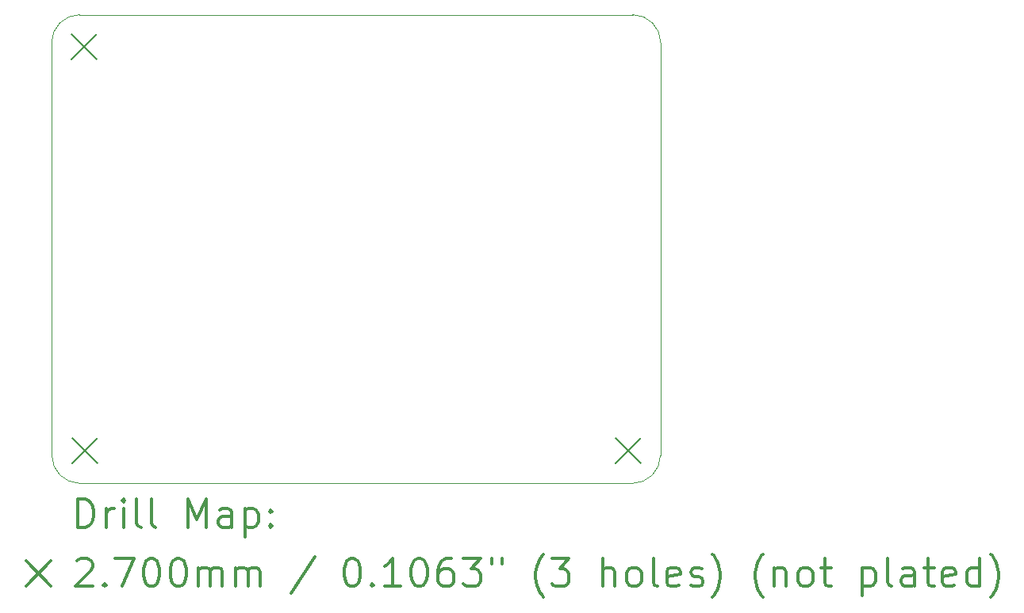
<source format=gbr>
%FSLAX45Y45*%
G04 Gerber Fmt 4.5, Leading zero omitted, Abs format (unit mm)*
G04 Created by KiCad (PCBNEW (5.1.10-1-10_14)) date 2021-07-05 16:27:49*
%MOMM*%
%LPD*%
G01*
G04 APERTURE LIST*
%TA.AperFunction,Profile*%
%ADD10C,0.101600*%
%TD*%
%ADD11C,0.200000*%
%ADD12C,0.300000*%
G04 APERTURE END LIST*
D10*
X12053200Y-12104300D02*
X17950700Y-12104300D01*
X18250700Y-11804300D02*
G75*
G02*
X17950700Y-12104300I-300000J0D01*
G01*
X12053200Y-12104300D02*
G75*
G02*
X11753200Y-11804300I0J300000D01*
G01*
X11753200Y-11804300D02*
X11750700Y-7394300D01*
X18253200Y-7394300D02*
X18250700Y-11804300D01*
X17953200Y-7094300D02*
G75*
G02*
X18253200Y-7394300I0J-300000D01*
G01*
X11750700Y-7394300D02*
G75*
G02*
X12050700Y-7094300I300000J0D01*
G01*
X17953200Y-7094300D02*
X12050700Y-7094300D01*
D11*
X11965700Y-7299300D02*
X12235700Y-7569300D01*
X12235700Y-7299300D02*
X11965700Y-7569300D01*
X11968200Y-11621800D02*
X12238200Y-11891800D01*
X12238200Y-11621800D02*
X11968200Y-11891800D01*
X17768200Y-11621800D02*
X18038200Y-11891800D01*
X18038200Y-11621800D02*
X17768200Y-11891800D01*
D12*
X12032048Y-12575094D02*
X12032048Y-12275094D01*
X12103477Y-12275094D01*
X12146334Y-12289380D01*
X12174906Y-12317951D01*
X12189191Y-12346523D01*
X12203477Y-12403666D01*
X12203477Y-12446523D01*
X12189191Y-12503666D01*
X12174906Y-12532237D01*
X12146334Y-12560809D01*
X12103477Y-12575094D01*
X12032048Y-12575094D01*
X12332048Y-12575094D02*
X12332048Y-12375094D01*
X12332048Y-12432237D02*
X12346334Y-12403666D01*
X12360620Y-12389380D01*
X12389191Y-12375094D01*
X12417763Y-12375094D01*
X12517763Y-12575094D02*
X12517763Y-12375094D01*
X12517763Y-12275094D02*
X12503477Y-12289380D01*
X12517763Y-12303666D01*
X12532048Y-12289380D01*
X12517763Y-12275094D01*
X12517763Y-12303666D01*
X12703477Y-12575094D02*
X12674906Y-12560809D01*
X12660620Y-12532237D01*
X12660620Y-12275094D01*
X12860620Y-12575094D02*
X12832048Y-12560809D01*
X12817763Y-12532237D01*
X12817763Y-12275094D01*
X13203477Y-12575094D02*
X13203477Y-12275094D01*
X13303477Y-12489380D01*
X13403477Y-12275094D01*
X13403477Y-12575094D01*
X13674906Y-12575094D02*
X13674906Y-12417951D01*
X13660620Y-12389380D01*
X13632048Y-12375094D01*
X13574906Y-12375094D01*
X13546334Y-12389380D01*
X13674906Y-12560809D02*
X13646334Y-12575094D01*
X13574906Y-12575094D01*
X13546334Y-12560809D01*
X13532048Y-12532237D01*
X13532048Y-12503666D01*
X13546334Y-12475094D01*
X13574906Y-12460809D01*
X13646334Y-12460809D01*
X13674906Y-12446523D01*
X13817763Y-12375094D02*
X13817763Y-12675094D01*
X13817763Y-12389380D02*
X13846334Y-12375094D01*
X13903477Y-12375094D01*
X13932048Y-12389380D01*
X13946334Y-12403666D01*
X13960620Y-12432237D01*
X13960620Y-12517951D01*
X13946334Y-12546523D01*
X13932048Y-12560809D01*
X13903477Y-12575094D01*
X13846334Y-12575094D01*
X13817763Y-12560809D01*
X14089191Y-12546523D02*
X14103477Y-12560809D01*
X14089191Y-12575094D01*
X14074906Y-12560809D01*
X14089191Y-12546523D01*
X14089191Y-12575094D01*
X14089191Y-12389380D02*
X14103477Y-12403666D01*
X14089191Y-12417951D01*
X14074906Y-12403666D01*
X14089191Y-12389380D01*
X14089191Y-12417951D01*
X11475620Y-12934380D02*
X11745620Y-13204380D01*
X11745620Y-12934380D02*
X11475620Y-13204380D01*
X12017763Y-12933666D02*
X12032048Y-12919380D01*
X12060620Y-12905094D01*
X12132048Y-12905094D01*
X12160620Y-12919380D01*
X12174906Y-12933666D01*
X12189191Y-12962237D01*
X12189191Y-12990809D01*
X12174906Y-13033666D01*
X12003477Y-13205094D01*
X12189191Y-13205094D01*
X12317763Y-13176523D02*
X12332048Y-13190809D01*
X12317763Y-13205094D01*
X12303477Y-13190809D01*
X12317763Y-13176523D01*
X12317763Y-13205094D01*
X12432048Y-12905094D02*
X12632048Y-12905094D01*
X12503477Y-13205094D01*
X12803477Y-12905094D02*
X12832048Y-12905094D01*
X12860620Y-12919380D01*
X12874906Y-12933666D01*
X12889191Y-12962237D01*
X12903477Y-13019380D01*
X12903477Y-13090809D01*
X12889191Y-13147951D01*
X12874906Y-13176523D01*
X12860620Y-13190809D01*
X12832048Y-13205094D01*
X12803477Y-13205094D01*
X12774906Y-13190809D01*
X12760620Y-13176523D01*
X12746334Y-13147951D01*
X12732048Y-13090809D01*
X12732048Y-13019380D01*
X12746334Y-12962237D01*
X12760620Y-12933666D01*
X12774906Y-12919380D01*
X12803477Y-12905094D01*
X13089191Y-12905094D02*
X13117763Y-12905094D01*
X13146334Y-12919380D01*
X13160620Y-12933666D01*
X13174906Y-12962237D01*
X13189191Y-13019380D01*
X13189191Y-13090809D01*
X13174906Y-13147951D01*
X13160620Y-13176523D01*
X13146334Y-13190809D01*
X13117763Y-13205094D01*
X13089191Y-13205094D01*
X13060620Y-13190809D01*
X13046334Y-13176523D01*
X13032048Y-13147951D01*
X13017763Y-13090809D01*
X13017763Y-13019380D01*
X13032048Y-12962237D01*
X13046334Y-12933666D01*
X13060620Y-12919380D01*
X13089191Y-12905094D01*
X13317763Y-13205094D02*
X13317763Y-13005094D01*
X13317763Y-13033666D02*
X13332048Y-13019380D01*
X13360620Y-13005094D01*
X13403477Y-13005094D01*
X13432048Y-13019380D01*
X13446334Y-13047951D01*
X13446334Y-13205094D01*
X13446334Y-13047951D02*
X13460620Y-13019380D01*
X13489191Y-13005094D01*
X13532048Y-13005094D01*
X13560620Y-13019380D01*
X13574906Y-13047951D01*
X13574906Y-13205094D01*
X13717763Y-13205094D02*
X13717763Y-13005094D01*
X13717763Y-13033666D02*
X13732048Y-13019380D01*
X13760620Y-13005094D01*
X13803477Y-13005094D01*
X13832048Y-13019380D01*
X13846334Y-13047951D01*
X13846334Y-13205094D01*
X13846334Y-13047951D02*
X13860620Y-13019380D01*
X13889191Y-13005094D01*
X13932048Y-13005094D01*
X13960620Y-13019380D01*
X13974906Y-13047951D01*
X13974906Y-13205094D01*
X14560620Y-12890809D02*
X14303477Y-13276523D01*
X14946334Y-12905094D02*
X14974906Y-12905094D01*
X15003477Y-12919380D01*
X15017763Y-12933666D01*
X15032048Y-12962237D01*
X15046334Y-13019380D01*
X15046334Y-13090809D01*
X15032048Y-13147951D01*
X15017763Y-13176523D01*
X15003477Y-13190809D01*
X14974906Y-13205094D01*
X14946334Y-13205094D01*
X14917763Y-13190809D01*
X14903477Y-13176523D01*
X14889191Y-13147951D01*
X14874906Y-13090809D01*
X14874906Y-13019380D01*
X14889191Y-12962237D01*
X14903477Y-12933666D01*
X14917763Y-12919380D01*
X14946334Y-12905094D01*
X15174906Y-13176523D02*
X15189191Y-13190809D01*
X15174906Y-13205094D01*
X15160620Y-13190809D01*
X15174906Y-13176523D01*
X15174906Y-13205094D01*
X15474906Y-13205094D02*
X15303477Y-13205094D01*
X15389191Y-13205094D02*
X15389191Y-12905094D01*
X15360620Y-12947951D01*
X15332048Y-12976523D01*
X15303477Y-12990809D01*
X15660620Y-12905094D02*
X15689191Y-12905094D01*
X15717763Y-12919380D01*
X15732048Y-12933666D01*
X15746334Y-12962237D01*
X15760620Y-13019380D01*
X15760620Y-13090809D01*
X15746334Y-13147951D01*
X15732048Y-13176523D01*
X15717763Y-13190809D01*
X15689191Y-13205094D01*
X15660620Y-13205094D01*
X15632048Y-13190809D01*
X15617763Y-13176523D01*
X15603477Y-13147951D01*
X15589191Y-13090809D01*
X15589191Y-13019380D01*
X15603477Y-12962237D01*
X15617763Y-12933666D01*
X15632048Y-12919380D01*
X15660620Y-12905094D01*
X16017763Y-12905094D02*
X15960620Y-12905094D01*
X15932048Y-12919380D01*
X15917763Y-12933666D01*
X15889191Y-12976523D01*
X15874906Y-13033666D01*
X15874906Y-13147951D01*
X15889191Y-13176523D01*
X15903477Y-13190809D01*
X15932048Y-13205094D01*
X15989191Y-13205094D01*
X16017763Y-13190809D01*
X16032048Y-13176523D01*
X16046334Y-13147951D01*
X16046334Y-13076523D01*
X16032048Y-13047951D01*
X16017763Y-13033666D01*
X15989191Y-13019380D01*
X15932048Y-13019380D01*
X15903477Y-13033666D01*
X15889191Y-13047951D01*
X15874906Y-13076523D01*
X16146334Y-12905094D02*
X16332048Y-12905094D01*
X16232048Y-13019380D01*
X16274906Y-13019380D01*
X16303477Y-13033666D01*
X16317763Y-13047951D01*
X16332048Y-13076523D01*
X16332048Y-13147951D01*
X16317763Y-13176523D01*
X16303477Y-13190809D01*
X16274906Y-13205094D01*
X16189191Y-13205094D01*
X16160620Y-13190809D01*
X16146334Y-13176523D01*
X16446334Y-12905094D02*
X16446334Y-12962237D01*
X16560620Y-12905094D02*
X16560620Y-12962237D01*
X17003477Y-13319380D02*
X16989191Y-13305094D01*
X16960620Y-13262237D01*
X16946334Y-13233666D01*
X16932048Y-13190809D01*
X16917763Y-13119380D01*
X16917763Y-13062237D01*
X16932048Y-12990809D01*
X16946334Y-12947951D01*
X16960620Y-12919380D01*
X16989191Y-12876523D01*
X17003477Y-12862237D01*
X17089191Y-12905094D02*
X17274906Y-12905094D01*
X17174906Y-13019380D01*
X17217763Y-13019380D01*
X17246334Y-13033666D01*
X17260620Y-13047951D01*
X17274906Y-13076523D01*
X17274906Y-13147951D01*
X17260620Y-13176523D01*
X17246334Y-13190809D01*
X17217763Y-13205094D01*
X17132048Y-13205094D01*
X17103477Y-13190809D01*
X17089191Y-13176523D01*
X17632048Y-13205094D02*
X17632048Y-12905094D01*
X17760620Y-13205094D02*
X17760620Y-13047951D01*
X17746334Y-13019380D01*
X17717763Y-13005094D01*
X17674906Y-13005094D01*
X17646334Y-13019380D01*
X17632048Y-13033666D01*
X17946334Y-13205094D02*
X17917763Y-13190809D01*
X17903477Y-13176523D01*
X17889191Y-13147951D01*
X17889191Y-13062237D01*
X17903477Y-13033666D01*
X17917763Y-13019380D01*
X17946334Y-13005094D01*
X17989191Y-13005094D01*
X18017763Y-13019380D01*
X18032048Y-13033666D01*
X18046334Y-13062237D01*
X18046334Y-13147951D01*
X18032048Y-13176523D01*
X18017763Y-13190809D01*
X17989191Y-13205094D01*
X17946334Y-13205094D01*
X18217763Y-13205094D02*
X18189191Y-13190809D01*
X18174906Y-13162237D01*
X18174906Y-12905094D01*
X18446334Y-13190809D02*
X18417763Y-13205094D01*
X18360620Y-13205094D01*
X18332048Y-13190809D01*
X18317763Y-13162237D01*
X18317763Y-13047951D01*
X18332048Y-13019380D01*
X18360620Y-13005094D01*
X18417763Y-13005094D01*
X18446334Y-13019380D01*
X18460620Y-13047951D01*
X18460620Y-13076523D01*
X18317763Y-13105094D01*
X18574906Y-13190809D02*
X18603477Y-13205094D01*
X18660620Y-13205094D01*
X18689191Y-13190809D01*
X18703477Y-13162237D01*
X18703477Y-13147951D01*
X18689191Y-13119380D01*
X18660620Y-13105094D01*
X18617763Y-13105094D01*
X18589191Y-13090809D01*
X18574906Y-13062237D01*
X18574906Y-13047951D01*
X18589191Y-13019380D01*
X18617763Y-13005094D01*
X18660620Y-13005094D01*
X18689191Y-13019380D01*
X18803477Y-13319380D02*
X18817763Y-13305094D01*
X18846334Y-13262237D01*
X18860620Y-13233666D01*
X18874906Y-13190809D01*
X18889191Y-13119380D01*
X18889191Y-13062237D01*
X18874906Y-12990809D01*
X18860620Y-12947951D01*
X18846334Y-12919380D01*
X18817763Y-12876523D01*
X18803477Y-12862237D01*
X19346334Y-13319380D02*
X19332048Y-13305094D01*
X19303477Y-13262237D01*
X19289191Y-13233666D01*
X19274906Y-13190809D01*
X19260620Y-13119380D01*
X19260620Y-13062237D01*
X19274906Y-12990809D01*
X19289191Y-12947951D01*
X19303477Y-12919380D01*
X19332048Y-12876523D01*
X19346334Y-12862237D01*
X19460620Y-13005094D02*
X19460620Y-13205094D01*
X19460620Y-13033666D02*
X19474906Y-13019380D01*
X19503477Y-13005094D01*
X19546334Y-13005094D01*
X19574906Y-13019380D01*
X19589191Y-13047951D01*
X19589191Y-13205094D01*
X19774906Y-13205094D02*
X19746334Y-13190809D01*
X19732048Y-13176523D01*
X19717763Y-13147951D01*
X19717763Y-13062237D01*
X19732048Y-13033666D01*
X19746334Y-13019380D01*
X19774906Y-13005094D01*
X19817763Y-13005094D01*
X19846334Y-13019380D01*
X19860620Y-13033666D01*
X19874906Y-13062237D01*
X19874906Y-13147951D01*
X19860620Y-13176523D01*
X19846334Y-13190809D01*
X19817763Y-13205094D01*
X19774906Y-13205094D01*
X19960620Y-13005094D02*
X20074906Y-13005094D01*
X20003477Y-12905094D02*
X20003477Y-13162237D01*
X20017763Y-13190809D01*
X20046334Y-13205094D01*
X20074906Y-13205094D01*
X20403477Y-13005094D02*
X20403477Y-13305094D01*
X20403477Y-13019380D02*
X20432048Y-13005094D01*
X20489191Y-13005094D01*
X20517763Y-13019380D01*
X20532048Y-13033666D01*
X20546334Y-13062237D01*
X20546334Y-13147951D01*
X20532048Y-13176523D01*
X20517763Y-13190809D01*
X20489191Y-13205094D01*
X20432048Y-13205094D01*
X20403477Y-13190809D01*
X20717763Y-13205094D02*
X20689191Y-13190809D01*
X20674906Y-13162237D01*
X20674906Y-12905094D01*
X20960620Y-13205094D02*
X20960620Y-13047951D01*
X20946334Y-13019380D01*
X20917763Y-13005094D01*
X20860620Y-13005094D01*
X20832048Y-13019380D01*
X20960620Y-13190809D02*
X20932048Y-13205094D01*
X20860620Y-13205094D01*
X20832048Y-13190809D01*
X20817763Y-13162237D01*
X20817763Y-13133666D01*
X20832048Y-13105094D01*
X20860620Y-13090809D01*
X20932048Y-13090809D01*
X20960620Y-13076523D01*
X21060620Y-13005094D02*
X21174906Y-13005094D01*
X21103477Y-12905094D02*
X21103477Y-13162237D01*
X21117763Y-13190809D01*
X21146334Y-13205094D01*
X21174906Y-13205094D01*
X21389191Y-13190809D02*
X21360620Y-13205094D01*
X21303477Y-13205094D01*
X21274906Y-13190809D01*
X21260620Y-13162237D01*
X21260620Y-13047951D01*
X21274906Y-13019380D01*
X21303477Y-13005094D01*
X21360620Y-13005094D01*
X21389191Y-13019380D01*
X21403477Y-13047951D01*
X21403477Y-13076523D01*
X21260620Y-13105094D01*
X21660620Y-13205094D02*
X21660620Y-12905094D01*
X21660620Y-13190809D02*
X21632048Y-13205094D01*
X21574906Y-13205094D01*
X21546334Y-13190809D01*
X21532048Y-13176523D01*
X21517763Y-13147951D01*
X21517763Y-13062237D01*
X21532048Y-13033666D01*
X21546334Y-13019380D01*
X21574906Y-13005094D01*
X21632048Y-13005094D01*
X21660620Y-13019380D01*
X21774906Y-13319380D02*
X21789191Y-13305094D01*
X21817763Y-13262237D01*
X21832048Y-13233666D01*
X21846334Y-13190809D01*
X21860620Y-13119380D01*
X21860620Y-13062237D01*
X21846334Y-12990809D01*
X21832048Y-12947951D01*
X21817763Y-12919380D01*
X21789191Y-12876523D01*
X21774906Y-12862237D01*
M02*

</source>
